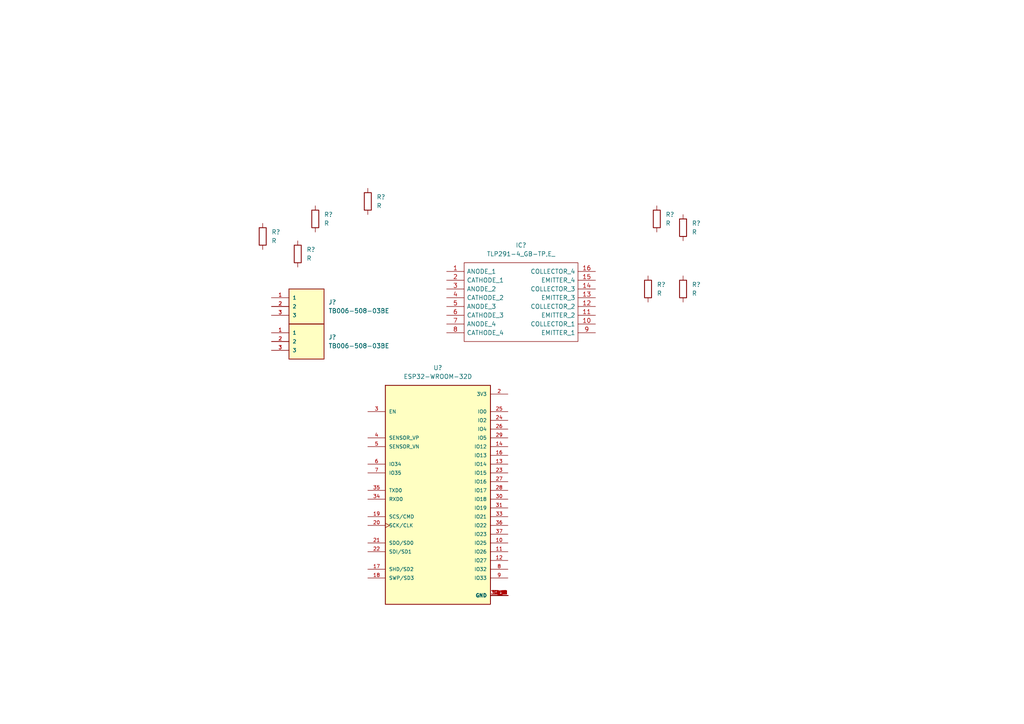
<source format=kicad_sch>
(kicad_sch (version 20230121) (generator eeschema)

  (uuid 51b36711-359c-4d26-9a27-fd3a7d560d63)

  (paper "A4")

  (lib_symbols
    (symbol "Device:R" (pin_numbers hide) (pin_names (offset 0)) (in_bom yes) (on_board yes)
      (property "Reference" "R" (at 2.032 0 90)
        (effects (font (size 1.27 1.27)))
      )
      (property "Value" "R" (at 0 0 90)
        (effects (font (size 1.27 1.27)))
      )
      (property "Footprint" "" (at -1.778 0 90)
        (effects (font (size 1.27 1.27)) hide)
      )
      (property "Datasheet" "~" (at 0 0 0)
        (effects (font (size 1.27 1.27)) hide)
      )
      (property "ki_keywords" "R res resistor" (at 0 0 0)
        (effects (font (size 1.27 1.27)) hide)
      )
      (property "ki_description" "Resistor" (at 0 0 0)
        (effects (font (size 1.27 1.27)) hide)
      )
      (property "ki_fp_filters" "R_*" (at 0 0 0)
        (effects (font (size 1.27 1.27)) hide)
      )
      (symbol "R_0_1"
        (rectangle (start -1.016 -2.54) (end 1.016 2.54)
          (stroke (width 0.254) (type default))
          (fill (type none))
        )
      )
      (symbol "R_1_1"
        (pin passive line (at 0 3.81 270) (length 1.27)
          (name "~" (effects (font (size 1.27 1.27))))
          (number "1" (effects (font (size 1.27 1.27))))
        )
        (pin passive line (at 0 -3.81 90) (length 1.27)
          (name "~" (effects (font (size 1.27 1.27))))
          (number "2" (effects (font (size 1.27 1.27))))
        )
      )
    )
    (symbol "ESP32-WROOM-32D:ESP32-WROOM-32D" (pin_names (offset 1.016)) (in_bom yes) (on_board yes)
      (property "Reference" "U" (at -15.0359 31.5945 0)
        (effects (font (size 1.27 1.27)) (justify left bottom))
      )
      (property "Value" "ESP32-WROOM-32D" (at -15.2867 -35.6681 0)
        (effects (font (size 1.27 1.27)) (justify left bottom))
      )
      (property "Footprint" "ESP32-WROOM-32D:MODULE_ESP32-WROOM-32D" (at 0 0 0)
        (effects (font (size 1.27 1.27)) (justify bottom) hide)
      )
      (property "Datasheet" "" (at 0 0 0)
        (effects (font (size 1.27 1.27)) hide)
      )
      (property "MF" "Espressif Systems" (at 0 0 0)
        (effects (font (size 1.27 1.27)) (justify bottom) hide)
      )
      (property "MAXIMUM_PACKAGE_HEIGHT" "3.2 mm" (at 0 0 0)
        (effects (font (size 1.27 1.27)) (justify bottom) hide)
      )
      (property "Package" "Non Standard Espressif Systems" (at 0 0 0)
        (effects (font (size 1.27 1.27)) (justify bottom) hide)
      )
      (property "Price" "None" (at 0 0 0)
        (effects (font (size 1.27 1.27)) (justify bottom) hide)
      )
      (property "Check_prices" "https://www.snapeda.com/parts/ESP32-WROOM-32D/Espressif+Systems/view-part/?ref=eda" (at 0 0 0)
        (effects (font (size 1.27 1.27)) (justify bottom) hide)
      )
      (property "STANDARD" "Manufacturer Recommendations" (at 0 0 0)
        (effects (font (size 1.27 1.27)) (justify bottom) hide)
      )
      (property "PARTREV" "1.9" (at 0 0 0)
        (effects (font (size 1.27 1.27)) (justify bottom) hide)
      )
      (property "SnapEDA_Link" "https://www.snapeda.com/parts/ESP32-WROOM-32D/Espressif+Systems/view-part/?ref=snap" (at 0 0 0)
        (effects (font (size 1.27 1.27)) (justify bottom) hide)
      )
      (property "MP" "ESP32-WROOM-32D" (at 0 0 0)
        (effects (font (size 1.27 1.27)) (justify bottom) hide)
      )
      (property "Description" "\nBluetooth, WiFi 802.11b/g/n, Bluetooth v4.2 +EDR, Class 1, 2 and 3 Transceiver Module 2.4GHz ~ 2.5GHz Integrated\n" (at 0 0 0)
        (effects (font (size 1.27 1.27)) (justify bottom) hide)
      )
      (property "Availability" "In Stock" (at 0 0 0)
        (effects (font (size 1.27 1.27)) (justify bottom) hide)
      )
      (property "MANUFACTURER" "Espressif Systems" (at 0 0 0)
        (effects (font (size 1.27 1.27)) (justify bottom) hide)
      )
      (symbol "ESP32-WROOM-32D_0_0"
        (rectangle (start -15.24 -33.02) (end 15.24 30.48)
          (stroke (width 0.254) (type default))
          (fill (type background))
        )
        (pin power_in line (at 20.32 -30.48 180) (length 5.08)
          (name "GND" (effects (font (size 1.016 1.016))))
          (number "1" (effects (font (size 1.016 1.016))))
        )
        (pin bidirectional line (at 20.32 -15.24 180) (length 5.08)
          (name "IO25" (effects (font (size 1.016 1.016))))
          (number "10" (effects (font (size 1.016 1.016))))
        )
        (pin bidirectional line (at 20.32 -17.78 180) (length 5.08)
          (name "IO26" (effects (font (size 1.016 1.016))))
          (number "11" (effects (font (size 1.016 1.016))))
        )
        (pin bidirectional line (at 20.32 -20.32 180) (length 5.08)
          (name "IO27" (effects (font (size 1.016 1.016))))
          (number "12" (effects (font (size 1.016 1.016))))
        )
        (pin bidirectional line (at 20.32 7.62 180) (length 5.08)
          (name "IO14" (effects (font (size 1.016 1.016))))
          (number "13" (effects (font (size 1.016 1.016))))
        )
        (pin bidirectional line (at 20.32 12.7 180) (length 5.08)
          (name "IO12" (effects (font (size 1.016 1.016))))
          (number "14" (effects (font (size 1.016 1.016))))
        )
        (pin power_in line (at 20.32 -30.48 180) (length 5.08)
          (name "GND" (effects (font (size 1.016 1.016))))
          (number "15" (effects (font (size 1.016 1.016))))
        )
        (pin bidirectional line (at 20.32 10.16 180) (length 5.08)
          (name "IO13" (effects (font (size 1.016 1.016))))
          (number "16" (effects (font (size 1.016 1.016))))
        )
        (pin bidirectional line (at -20.32 -22.86 0) (length 5.08)
          (name "SHD/SD2" (effects (font (size 1.016 1.016))))
          (number "17" (effects (font (size 1.016 1.016))))
        )
        (pin bidirectional line (at -20.32 -25.4 0) (length 5.08)
          (name "SWP/SD3" (effects (font (size 1.016 1.016))))
          (number "18" (effects (font (size 1.016 1.016))))
        )
        (pin bidirectional line (at -20.32 -7.62 0) (length 5.08)
          (name "SCS/CMD" (effects (font (size 1.016 1.016))))
          (number "19" (effects (font (size 1.016 1.016))))
        )
        (pin power_in line (at 20.32 27.94 180) (length 5.08)
          (name "3V3" (effects (font (size 1.016 1.016))))
          (number "2" (effects (font (size 1.016 1.016))))
        )
        (pin bidirectional clock (at -20.32 -10.16 0) (length 5.08)
          (name "SCK/CLK" (effects (font (size 1.016 1.016))))
          (number "20" (effects (font (size 1.016 1.016))))
        )
        (pin bidirectional line (at -20.32 -15.24 0) (length 5.08)
          (name "SDO/SD0" (effects (font (size 1.016 1.016))))
          (number "21" (effects (font (size 1.016 1.016))))
        )
        (pin bidirectional line (at -20.32 -17.78 0) (length 5.08)
          (name "SDI/SD1" (effects (font (size 1.016 1.016))))
          (number "22" (effects (font (size 1.016 1.016))))
        )
        (pin bidirectional line (at 20.32 5.08 180) (length 5.08)
          (name "IO15" (effects (font (size 1.016 1.016))))
          (number "23" (effects (font (size 1.016 1.016))))
        )
        (pin bidirectional line (at 20.32 20.32 180) (length 5.08)
          (name "IO2" (effects (font (size 1.016 1.016))))
          (number "24" (effects (font (size 1.016 1.016))))
        )
        (pin bidirectional line (at 20.32 22.86 180) (length 5.08)
          (name "IO0" (effects (font (size 1.016 1.016))))
          (number "25" (effects (font (size 1.016 1.016))))
        )
        (pin bidirectional line (at 20.32 17.78 180) (length 5.08)
          (name "IO4" (effects (font (size 1.016 1.016))))
          (number "26" (effects (font (size 1.016 1.016))))
        )
        (pin bidirectional line (at 20.32 2.54 180) (length 5.08)
          (name "IO16" (effects (font (size 1.016 1.016))))
          (number "27" (effects (font (size 1.016 1.016))))
        )
        (pin bidirectional line (at 20.32 0 180) (length 5.08)
          (name "IO17" (effects (font (size 1.016 1.016))))
          (number "28" (effects (font (size 1.016 1.016))))
        )
        (pin bidirectional line (at 20.32 15.24 180) (length 5.08)
          (name "IO5" (effects (font (size 1.016 1.016))))
          (number "29" (effects (font (size 1.016 1.016))))
        )
        (pin input line (at -20.32 22.86 0) (length 5.08)
          (name "EN" (effects (font (size 1.016 1.016))))
          (number "3" (effects (font (size 1.016 1.016))))
        )
        (pin bidirectional line (at 20.32 -2.54 180) (length 5.08)
          (name "IO18" (effects (font (size 1.016 1.016))))
          (number "30" (effects (font (size 1.016 1.016))))
        )
        (pin bidirectional line (at 20.32 -5.08 180) (length 5.08)
          (name "IO19" (effects (font (size 1.016 1.016))))
          (number "31" (effects (font (size 1.016 1.016))))
        )
        (pin bidirectional line (at 20.32 -7.62 180) (length 5.08)
          (name "IO21" (effects (font (size 1.016 1.016))))
          (number "33" (effects (font (size 1.016 1.016))))
        )
        (pin bidirectional line (at -20.32 -2.54 0) (length 5.08)
          (name "RXD0" (effects (font (size 1.016 1.016))))
          (number "34" (effects (font (size 1.016 1.016))))
        )
        (pin bidirectional line (at -20.32 0 0) (length 5.08)
          (name "TXD0" (effects (font (size 1.016 1.016))))
          (number "35" (effects (font (size 1.016 1.016))))
        )
        (pin bidirectional line (at 20.32 -10.16 180) (length 5.08)
          (name "IO22" (effects (font (size 1.016 1.016))))
          (number "36" (effects (font (size 1.016 1.016))))
        )
        (pin bidirectional line (at 20.32 -12.7 180) (length 5.08)
          (name "IO23" (effects (font (size 1.016 1.016))))
          (number "37" (effects (font (size 1.016 1.016))))
        )
        (pin power_in line (at 20.32 -30.48 180) (length 5.08)
          (name "GND" (effects (font (size 1.016 1.016))))
          (number "38" (effects (font (size 1.016 1.016))))
        )
        (pin power_in line (at 20.32 -30.48 180) (length 5.08)
          (name "GND" (effects (font (size 1.016 1.016))))
          (number "39_1" (effects (font (size 1.016 1.016))))
        )
        (pin power_in line (at 20.32 -30.48 180) (length 5.08)
          (name "GND" (effects (font (size 1.016 1.016))))
          (number "39_10" (effects (font (size 1.016 1.016))))
        )
        (pin power_in line (at 20.32 -30.48 180) (length 5.08)
          (name "GND" (effects (font (size 1.016 1.016))))
          (number "39_11" (effects (font (size 1.016 1.016))))
        )
        (pin power_in line (at 20.32 -30.48 180) (length 5.08)
          (name "GND" (effects (font (size 1.016 1.016))))
          (number "39_12" (effects (font (size 1.016 1.016))))
        )
        (pin power_in line (at 20.32 -30.48 180) (length 5.08)
          (name "GND" (effects (font (size 1.016 1.016))))
          (number "39_13" (effects (font (size 1.016 1.016))))
        )
        (pin power_in line (at 20.32 -30.48 180) (length 5.08)
          (name "GND" (effects (font (size 1.016 1.016))))
          (number "39_14" (effects (font (size 1.016 1.016))))
        )
        (pin power_in line (at 20.32 -30.48 180) (length 5.08)
          (name "GND" (effects (font (size 1.016 1.016))))
          (number "39_15" (effects (font (size 1.016 1.016))))
        )
        (pin power_in line (at 20.32 -30.48 180) (length 5.08)
          (name "GND" (effects (font (size 1.016 1.016))))
          (number "39_16" (effects (font (size 1.016 1.016))))
        )
        (pin power_in line (at 20.32 -30.48 180) (length 5.08)
          (name "GND" (effects (font (size 1.016 1.016))))
          (number "39_17" (effects (font (size 1.016 1.016))))
        )
        (pin power_in line (at 20.32 -30.48 180) (length 5.08)
          (name "GND" (effects (font (size 1.016 1.016))))
          (number "39_18" (effects (font (size 1.016 1.016))))
        )
        (pin power_in line (at 20.32 -30.48 180) (length 5.08)
          (name "GND" (effects (font (size 1.016 1.016))))
          (number "39_19" (effects (font (size 1.016 1.016))))
        )
        (pin power_in line (at 20.32 -30.48 180) (length 5.08)
          (name "GND" (effects (font (size 1.016 1.016))))
          (number "39_2" (effects (font (size 1.016 1.016))))
        )
        (pin power_in line (at 20.32 -30.48 180) (length 5.08)
          (name "GND" (effects (font (size 1.016 1.016))))
          (number "39_20" (effects (font (size 1.016 1.016))))
        )
        (pin power_in line (at 20.32 -30.48 180) (length 5.08)
          (name "GND" (effects (font (size 1.016 1.016))))
          (number "39_21" (effects (font (size 1.016 1.016))))
        )
        (pin power_in line (at 20.32 -30.48 180) (length 5.08)
          (name "GND" (effects (font (size 1.016 1.016))))
          (number "39_3" (effects (font (size 1.016 1.016))))
        )
        (pin power_in line (at 20.32 -30.48 180) (length 5.08)
          (name "GND" (effects (font (size 1.016 1.016))))
          (number "39_4" (effects (font (size 1.016 1.016))))
        )
        (pin power_in line (at 20.32 -30.48 180) (length 5.08)
          (name "GND" (effects (font (size 1.016 1.016))))
          (number "39_5" (effects (font (size 1.016 1.016))))
        )
        (pin power_in line (at 20.32 -30.48 180) (length 5.08)
          (name "GND" (effects (font (size 1.016 1.016))))
          (number "39_6" (effects (font (size 1.016 1.016))))
        )
        (pin power_in line (at 20.32 -30.48 180) (length 5.08)
          (name "GND" (effects (font (size 1.016 1.016))))
          (number "39_7" (effects (font (size 1.016 1.016))))
        )
        (pin power_in line (at 20.32 -30.48 180) (length 5.08)
          (name "GND" (effects (font (size 1.016 1.016))))
          (number "39_8" (effects (font (size 1.016 1.016))))
        )
        (pin power_in line (at 20.32 -30.48 180) (length 5.08)
          (name "GND" (effects (font (size 1.016 1.016))))
          (number "39_9" (effects (font (size 1.016 1.016))))
        )
        (pin input line (at -20.32 15.24 0) (length 5.08)
          (name "SENSOR_VP" (effects (font (size 1.016 1.016))))
          (number "4" (effects (font (size 1.016 1.016))))
        )
        (pin input line (at -20.32 12.7 0) (length 5.08)
          (name "SENSOR_VN" (effects (font (size 1.016 1.016))))
          (number "5" (effects (font (size 1.016 1.016))))
        )
        (pin input line (at -20.32 7.62 0) (length 5.08)
          (name "IO34" (effects (font (size 1.016 1.016))))
          (number "6" (effects (font (size 1.016 1.016))))
        )
        (pin input line (at -20.32 5.08 0) (length 5.08)
          (name "IO35" (effects (font (size 1.016 1.016))))
          (number "7" (effects (font (size 1.016 1.016))))
        )
        (pin bidirectional line (at 20.32 -22.86 180) (length 5.08)
          (name "IO32" (effects (font (size 1.016 1.016))))
          (number "8" (effects (font (size 1.016 1.016))))
        )
        (pin bidirectional line (at 20.32 -25.4 180) (length 5.08)
          (name "IO33" (effects (font (size 1.016 1.016))))
          (number "9" (effects (font (size 1.016 1.016))))
        )
      )
    )
    (symbol "TB006-508-03BE:TB006-508-03BE" (pin_names (offset 1.016)) (in_bom yes) (on_board yes)
      (property "Reference" "J" (at -5.58 5.08 0)
        (effects (font (size 1.27 1.27)) (justify left bottom))
      )
      (property "Value" "TB006-508-03BE" (at -5.08 -7.62 0)
        (effects (font (size 1.27 1.27)) (justify left bottom))
      )
      (property "Footprint" "TB006-508-03BE:CUI_TB006-508-03BE" (at 0 0 0)
        (effects (font (size 1.27 1.27)) (justify bottom) hide)
      )
      (property "Datasheet" "" (at 0 0 0)
        (effects (font (size 1.27 1.27)) hide)
      )
      (property "MF" "CUI Devices" (at 0 0 0)
        (effects (font (size 1.27 1.27)) (justify bottom) hide)
      )
      (property "Description" "2~24 Poles, Screw Type, Horizontal, 5.08 Pitch, 26~14 (AWG), Terminal Block Connector" (at 0 0 0)
        (effects (font (size 1.27 1.27)) (justify bottom) hide)
      )
      (property "Package" "None" (at 0 0 0)
        (effects (font (size 1.27 1.27)) (justify bottom) hide)
      )
      (property "Price" "None" (at 0 0 0)
        (effects (font (size 1.27 1.27)) (justify bottom) hide)
      )
      (property "Check_prices" "https://www.snapeda.com/parts/TB006-508-03BE/CUI+Devices/view-part/?ref=eda" (at 0 0 0)
        (effects (font (size 1.27 1.27)) (justify bottom) hide)
      )
      (property "STANDARD" "Manufacturer Recommendations" (at 0 0 0)
        (effects (font (size 1.27 1.27)) (justify bottom) hide)
      )
      (property "SnapEDA_Link" "https://www.snapeda.com/parts/TB006-508-03BE/CUI+Devices/view-part/?ref=snap" (at 0 0 0)
        (effects (font (size 1.27 1.27)) (justify bottom) hide)
      )
      (property "MP" "TB006-508-03BE" (at 0 0 0)
        (effects (font (size 1.27 1.27)) (justify bottom) hide)
      )
      (property "Purchase-URL" "https://www.snapeda.com/api/url_track_click_mouser/?unipart_id=3591102&manufacturer=CUI Devices&part_name=TB006-508-03BE&search_term=screw terminal" (at 0 0 0)
        (effects (font (size 1.27 1.27)) (justify bottom) hide)
      )
      (property "CUI_purchase_URL" "https://www.cuidevices.com/product/interconnect/connectors/terminal-blocks/tb006-508-series?utm_source=snapeda.com&utm_medium=referral&utm_campaign=snapedaBOM" (at 0 0 0)
        (effects (font (size 1.27 1.27)) (justify bottom) hide)
      )
      (property "Availability" "In Stock" (at 0 0 0)
        (effects (font (size 1.27 1.27)) (justify bottom) hide)
      )
      (property "MANUFACTURER" "CUI" (at 0 0 0)
        (effects (font (size 1.27 1.27)) (justify bottom) hide)
      )
      (symbol "TB006-508-03BE_0_0"
        (rectangle (start -5.08 -5.08) (end 5.08 5.08)
          (stroke (width 0.254) (type default))
          (fill (type background))
        )
        (pin passive line (at -10.16 2.54 0) (length 5.08)
          (name "1" (effects (font (size 1.016 1.016))))
          (number "1" (effects (font (size 1.016 1.016))))
        )
        (pin passive line (at -10.16 0 0) (length 5.08)
          (name "2" (effects (font (size 1.016 1.016))))
          (number "2" (effects (font (size 1.016 1.016))))
        )
        (pin passive line (at -10.16 -2.54 0) (length 5.08)
          (name "3" (effects (font (size 1.016 1.016))))
          (number "3" (effects (font (size 1.016 1.016))))
        )
      )
    )
    (symbol "TLP291-4_GB-TP_E_:TLP291-4_GB-TP,E_" (pin_names (offset 0.762)) (in_bom yes) (on_board yes)
      (property "Reference" "IC" (at 39.37 7.62 0)
        (effects (font (size 1.27 1.27)) (justify left))
      )
      (property "Value" "TLP291-4_GB-TP,E_" (at 39.37 5.08 0)
        (effects (font (size 1.27 1.27)) (justify left))
      )
      (property "Footprint" "SOIC127P700X230-16N" (at 39.37 2.54 0)
        (effects (font (size 1.27 1.27)) (justify left) hide)
      )
      (property "Datasheet" "https://componentsearchengine.com/Datasheets/1/TLP291-4(GB-TP,E).pdf" (at 39.37 0 0)
        (effects (font (size 1.27 1.27)) (justify left) hide)
      )
      (property "Description" "Transistor Output Optocouplers PHOTOCOUP QUAD TRANS 16-SOP COMP TLP281-4" (at 39.37 -2.54 0)
        (effects (font (size 1.27 1.27)) (justify left) hide)
      )
      (property "Height" "2.3" (at 39.37 -5.08 0)
        (effects (font (size 1.27 1.27)) (justify left) hide)
      )
      (property "Manufacturer_Name" "Toshiba" (at 39.37 -7.62 0)
        (effects (font (size 1.27 1.27)) (justify left) hide)
      )
      (property "Manufacturer_Part_Number" "TLP291-4(GB-TP,E)" (at 39.37 -10.16 0)
        (effects (font (size 1.27 1.27)) (justify left) hide)
      )
      (property "Mouser Part Number" "757-TLP2914GB-TPE" (at 39.37 -12.7 0)
        (effects (font (size 1.27 1.27)) (justify left) hide)
      )
      (property "Mouser Price/Stock" "https://www.mouser.co.uk/ProductDetail/Toshiba/TLP291-4GB-TPE?qs=aT3ZFlnUjmJV%2FMEQgafMFQ%3D%3D" (at 39.37 -15.24 0)
        (effects (font (size 1.27 1.27)) (justify left) hide)
      )
      (property "Arrow Part Number" "TLP291-4(GB-TP,E)" (at 39.37 -17.78 0)
        (effects (font (size 1.27 1.27)) (justify left) hide)
      )
      (property "Arrow Price/Stock" "https://www.arrow.com/en/products/tlp291-4-gb-tpe/toshiba?region=nac" (at 39.37 -20.32 0)
        (effects (font (size 1.27 1.27)) (justify left) hide)
      )
      (property "ki_description" "Transistor Output Optocouplers PHOTOCOUP QUAD TRANS 16-SOP COMP TLP281-4" (at 0 0 0)
        (effects (font (size 1.27 1.27)) hide)
      )
      (symbol "TLP291-4_GB-TP,E__0_0"
        (pin passive line (at 0 0 0) (length 5.08)
          (name "ANODE_1" (effects (font (size 1.27 1.27))))
          (number "1" (effects (font (size 1.27 1.27))))
        )
        (pin passive line (at 43.18 -15.24 180) (length 5.08)
          (name "COLLECTOR_1" (effects (font (size 1.27 1.27))))
          (number "10" (effects (font (size 1.27 1.27))))
        )
        (pin passive line (at 43.18 -12.7 180) (length 5.08)
          (name "EMITTER_2" (effects (font (size 1.27 1.27))))
          (number "11" (effects (font (size 1.27 1.27))))
        )
        (pin passive line (at 43.18 -10.16 180) (length 5.08)
          (name "COLLECTOR_2" (effects (font (size 1.27 1.27))))
          (number "12" (effects (font (size 1.27 1.27))))
        )
        (pin passive line (at 43.18 -7.62 180) (length 5.08)
          (name "EMITTER_3" (effects (font (size 1.27 1.27))))
          (number "13" (effects (font (size 1.27 1.27))))
        )
        (pin passive line (at 43.18 -5.08 180) (length 5.08)
          (name "COLLECTOR_3" (effects (font (size 1.27 1.27))))
          (number "14" (effects (font (size 1.27 1.27))))
        )
        (pin passive line (at 43.18 -2.54 180) (length 5.08)
          (name "EMITTER_4" (effects (font (size 1.27 1.27))))
          (number "15" (effects (font (size 1.27 1.27))))
        )
        (pin passive line (at 43.18 0 180) (length 5.08)
          (name "COLLECTOR_4" (effects (font (size 1.27 1.27))))
          (number "16" (effects (font (size 1.27 1.27))))
        )
        (pin passive line (at 0 -2.54 0) (length 5.08)
          (name "CATHODE_1" (effects (font (size 1.27 1.27))))
          (number "2" (effects (font (size 1.27 1.27))))
        )
        (pin passive line (at 0 -5.08 0) (length 5.08)
          (name "ANODE_2" (effects (font (size 1.27 1.27))))
          (number "3" (effects (font (size 1.27 1.27))))
        )
        (pin passive line (at 0 -7.62 0) (length 5.08)
          (name "CATHODE_2" (effects (font (size 1.27 1.27))))
          (number "4" (effects (font (size 1.27 1.27))))
        )
        (pin passive line (at 0 -10.16 0) (length 5.08)
          (name "ANODE_3" (effects (font (size 1.27 1.27))))
          (number "5" (effects (font (size 1.27 1.27))))
        )
        (pin passive line (at 0 -12.7 0) (length 5.08)
          (name "CATHODE_3" (effects (font (size 1.27 1.27))))
          (number "6" (effects (font (size 1.27 1.27))))
        )
        (pin passive line (at 0 -15.24 0) (length 5.08)
          (name "ANODE_4" (effects (font (size 1.27 1.27))))
          (number "7" (effects (font (size 1.27 1.27))))
        )
        (pin passive line (at 0 -17.78 0) (length 5.08)
          (name "CATHODE_4" (effects (font (size 1.27 1.27))))
          (number "8" (effects (font (size 1.27 1.27))))
        )
        (pin passive line (at 43.18 -17.78 180) (length 5.08)
          (name "EMITTER_1" (effects (font (size 1.27 1.27))))
          (number "9" (effects (font (size 1.27 1.27))))
        )
      )
      (symbol "TLP291-4_GB-TP,E__0_1"
        (polyline
          (pts
            (xy 5.08 2.54)
            (xy 38.1 2.54)
            (xy 38.1 -20.32)
            (xy 5.08 -20.32)
            (xy 5.08 2.54)
          )
          (stroke (width 0.1524) (type solid))
          (fill (type none))
        )
      )
    )
  )


  (symbol (lib_id "Device:R") (at 91.44 63.5 0) (unit 1)
    (in_bom yes) (on_board yes) (dnp no) (fields_autoplaced)
    (uuid 1851072b-5ef6-468c-90e8-2cf2292606ae)
    (property "Reference" "R?" (at 93.98 62.23 0)
      (effects (font (size 1.27 1.27)) (justify left))
    )
    (property "Value" "R" (at 93.98 64.77 0)
      (effects (font (size 1.27 1.27)) (justify left))
    )
    (property "Footprint" "" (at 89.662 63.5 90)
      (effects (font (size 1.27 1.27)) hide)
    )
    (property "Datasheet" "~" (at 91.44 63.5 0)
      (effects (font (size 1.27 1.27)) hide)
    )
    (pin "1" (uuid 149c6027-f969-4df0-9495-6ea7b2885142))
    (pin "2" (uuid a324f1c2-a4c9-465d-afed-d8bd39a82d1c))
    (instances
      (project "Praveen"
        (path "/51b36711-359c-4d26-9a27-fd3a7d560d63"
          (reference "R?") (unit 1)
        )
      )
    )
  )

  (symbol (lib_id "TLP291-4_GB-TP_E_:TLP291-4_GB-TP,E_") (at 129.54 78.74 0) (unit 1)
    (in_bom yes) (on_board yes) (dnp no) (fields_autoplaced)
    (uuid 1c839900-bf31-4915-ac8f-99797b217470)
    (property "Reference" "IC?" (at 151.13 71.12 0)
      (effects (font (size 1.27 1.27)))
    )
    (property "Value" "TLP291-4_GB-TP,E_" (at 151.13 73.66 0)
      (effects (font (size 1.27 1.27)))
    )
    (property "Footprint" "SOIC127P700X230-16N" (at 168.91 76.2 0)
      (effects (font (size 1.27 1.27)) (justify left) hide)
    )
    (property "Datasheet" "https://componentsearchengine.com/Datasheets/1/TLP291-4(GB-TP,E).pdf" (at 168.91 78.74 0)
      (effects (font (size 1.27 1.27)) (justify left) hide)
    )
    (property "Description" "Transistor Output Optocouplers PHOTOCOUP QUAD TRANS 16-SOP COMP TLP281-4" (at 168.91 81.28 0)
      (effects (font (size 1.27 1.27)) (justify left) hide)
    )
    (property "Height" "2.3" (at 168.91 83.82 0)
      (effects (font (size 1.27 1.27)) (justify left) hide)
    )
    (property "Manufacturer_Name" "Toshiba" (at 168.91 86.36 0)
      (effects (font (size 1.27 1.27)) (justify left) hide)
    )
    (property "Manufacturer_Part_Number" "TLP291-4(GB-TP,E)" (at 168.91 88.9 0)
      (effects (font (size 1.27 1.27)) (justify left) hide)
    )
    (property "Mouser Part Number" "757-TLP2914GB-TPE" (at 168.91 91.44 0)
      (effects (font (size 1.27 1.27)) (justify left) hide)
    )
    (property "Mouser Price/Stock" "https://www.mouser.co.uk/ProductDetail/Toshiba/TLP291-4GB-TPE?qs=aT3ZFlnUjmJV%2FMEQgafMFQ%3D%3D" (at 168.91 93.98 0)
      (effects (font (size 1.27 1.27)) (justify left) hide)
    )
    (property "Arrow Part Number" "TLP291-4(GB-TP,E)" (at 168.91 96.52 0)
      (effects (font (size 1.27 1.27)) (justify left) hide)
    )
    (property "Arrow Price/Stock" "https://www.arrow.com/en/products/tlp291-4-gb-tpe/toshiba?region=nac" (at 168.91 99.06 0)
      (effects (font (size 1.27 1.27)) (justify left) hide)
    )
    (pin "1" (uuid 65535b7b-54cf-439c-8b02-bbff04b8d988))
    (pin "10" (uuid d6b700bc-9de2-42c3-9de9-871b2a11084b))
    (pin "11" (uuid fe57347c-d5a5-41f7-84f7-68f864fa73cf))
    (pin "12" (uuid bcb29534-ad66-4ca8-9906-df3aa10d8319))
    (pin "13" (uuid 8cfd5ac2-5d12-483e-b79d-4530df2723b9))
    (pin "14" (uuid 6b102a5f-3535-45f9-beba-2e786c71f30a))
    (pin "15" (uuid 32d7e95d-4658-4c12-899c-7015edc68828))
    (pin "16" (uuid c6421cc8-0ef0-4d9a-9343-c169ea06dafe))
    (pin "2" (uuid 16bb0ae0-b632-4c10-9f2b-35038c2ede44))
    (pin "3" (uuid 8a79accc-d033-4569-b5e8-bd65d04090d3))
    (pin "4" (uuid 47bfb136-fc97-4633-9fc1-791fe09a547b))
    (pin "5" (uuid 713a22dd-1396-4cf5-a617-fd4e0a7f92f3))
    (pin "6" (uuid b3e04fae-0ec5-4050-a164-96b145a76681))
    (pin "7" (uuid d623e400-26aa-4cea-8d27-d061f35617bd))
    (pin "8" (uuid c1dabe78-26ed-4ba4-83e0-1c0fcc564137))
    (pin "9" (uuid 546e25df-cd2d-4df2-8424-d407eaa382b2))
    (instances
      (project "Praveen"
        (path "/51b36711-359c-4d26-9a27-fd3a7d560d63"
          (reference "IC?") (unit 1)
        )
      )
    )
  )

  (symbol (lib_id "Device:R") (at 86.36 73.66 0) (unit 1)
    (in_bom yes) (on_board yes) (dnp no) (fields_autoplaced)
    (uuid 3fe76aa5-44be-4227-af13-b1c2327ebbde)
    (property "Reference" "R?" (at 88.9 72.39 0)
      (effects (font (size 1.27 1.27)) (justify left))
    )
    (property "Value" "R" (at 88.9 74.93 0)
      (effects (font (size 1.27 1.27)) (justify left))
    )
    (property "Footprint" "" (at 84.582 73.66 90)
      (effects (font (size 1.27 1.27)) hide)
    )
    (property "Datasheet" "~" (at 86.36 73.66 0)
      (effects (font (size 1.27 1.27)) hide)
    )
    (pin "1" (uuid f4e4a2da-8acd-4e1b-bec9-aa549f7ff667))
    (pin "2" (uuid 14b6ad60-4b7b-4e9d-ab32-aebc011f819c))
    (instances
      (project "Praveen"
        (path "/51b36711-359c-4d26-9a27-fd3a7d560d63"
          (reference "R?") (unit 1)
        )
      )
    )
  )

  (symbol (lib_id "Device:R") (at 198.12 66.04 0) (unit 1)
    (in_bom yes) (on_board yes) (dnp no) (fields_autoplaced)
    (uuid 6ecc5b41-95a6-445f-ab08-c6faf96db31e)
    (property "Reference" "R?" (at 200.66 64.77 0)
      (effects (font (size 1.27 1.27)) (justify left))
    )
    (property "Value" "R" (at 200.66 67.31 0)
      (effects (font (size 1.27 1.27)) (justify left))
    )
    (property "Footprint" "" (at 196.342 66.04 90)
      (effects (font (size 1.27 1.27)) hide)
    )
    (property "Datasheet" "~" (at 198.12 66.04 0)
      (effects (font (size 1.27 1.27)) hide)
    )
    (pin "1" (uuid 1b1191cd-8cc2-4a91-a4c1-d6b284122433))
    (pin "2" (uuid eb759e27-1b6b-48d1-b73d-7348def016ee))
    (instances
      (project "Praveen"
        (path "/51b36711-359c-4d26-9a27-fd3a7d560d63"
          (reference "R?") (unit 1)
        )
      )
    )
  )

  (symbol (lib_id "Device:R") (at 198.12 83.82 0) (unit 1)
    (in_bom yes) (on_board yes) (dnp no) (fields_autoplaced)
    (uuid 75f2f9be-b038-4dd4-9243-ff58b2d064e9)
    (property "Reference" "R?" (at 200.66 82.55 0)
      (effects (font (size 1.27 1.27)) (justify left))
    )
    (property "Value" "R" (at 200.66 85.09 0)
      (effects (font (size 1.27 1.27)) (justify left))
    )
    (property "Footprint" "" (at 196.342 83.82 90)
      (effects (font (size 1.27 1.27)) hide)
    )
    (property "Datasheet" "~" (at 198.12 83.82 0)
      (effects (font (size 1.27 1.27)) hide)
    )
    (pin "1" (uuid 7c516502-c2b3-459f-8eca-5d093c34520e))
    (pin "2" (uuid 41e7a0c8-54bb-41b7-8ed4-798d94f849cf))
    (instances
      (project "Praveen"
        (path "/51b36711-359c-4d26-9a27-fd3a7d560d63"
          (reference "R?") (unit 1)
        )
      )
    )
  )

  (symbol (lib_id "TB006-508-03BE:TB006-508-03BE") (at 88.9 88.9 0) (unit 1)
    (in_bom yes) (on_board yes) (dnp no) (fields_autoplaced)
    (uuid 7c2c9880-af98-4454-a8d6-0ad4baeb6858)
    (property "Reference" "J?" (at 95.25 87.63 0)
      (effects (font (size 1.27 1.27)) (justify left))
    )
    (property "Value" "TB006-508-03BE" (at 95.25 90.17 0)
      (effects (font (size 1.27 1.27)) (justify left))
    )
    (property "Footprint" "TB006-508-03BE:CUI_TB006-508-03BE" (at 88.9 88.9 0)
      (effects (font (size 1.27 1.27)) (justify bottom) hide)
    )
    (property "Datasheet" "" (at 88.9 88.9 0)
      (effects (font (size 1.27 1.27)) hide)
    )
    (property "MF" "CUI Devices" (at 88.9 88.9 0)
      (effects (font (size 1.27 1.27)) (justify bottom) hide)
    )
    (property "Description" "2~24 Poles, Screw Type, Horizontal, 5.08 Pitch, 26~14 (AWG), Terminal Block Connector" (at 88.9 88.9 0)
      (effects (font (size 1.27 1.27)) (justify bottom) hide)
    )
    (property "Package" "None" (at 88.9 88.9 0)
      (effects (font (size 1.27 1.27)) (justify bottom) hide)
    )
    (property "Price" "None" (at 88.9 88.9 0)
      (effects (font (size 1.27 1.27)) (justify bottom) hide)
    )
    (property "Check_prices" "https://www.snapeda.com/parts/TB006-508-03BE/CUI+Devices/view-part/?ref=eda" (at 88.9 88.9 0)
      (effects (font (size 1.27 1.27)) (justify bottom) hide)
    )
    (property "STANDARD" "Manufacturer Recommendations" (at 88.9 88.9 0)
      (effects (font (size 1.27 1.27)) (justify bottom) hide)
    )
    (property "SnapEDA_Link" "https://www.snapeda.com/parts/TB006-508-03BE/CUI+Devices/view-part/?ref=snap" (at 88.9 88.9 0)
      (effects (font (size 1.27 1.27)) (justify bottom) hide)
    )
    (property "MP" "TB006-508-03BE" (at 88.9 88.9 0)
      (effects (font (size 1.27 1.27)) (justify bottom) hide)
    )
    (property "Purchase-URL" "https://www.snapeda.com/api/url_track_click_mouser/?unipart_id=3591102&manufacturer=CUI Devices&part_name=TB006-508-03BE&search_term=screw terminal" (at 88.9 88.9 0)
      (effects (font (size 1.27 1.27)) (justify bottom) hide)
    )
    (property "CUI_purchase_URL" "https://www.cuidevices.com/product/interconnect/connectors/terminal-blocks/tb006-508-series?utm_source=snapeda.com&utm_medium=referral&utm_campaign=snapedaBOM" (at 88.9 88.9 0)
      (effects (font (size 1.27 1.27)) (justify bottom) hide)
    )
    (property "Availability" "In Stock" (at 88.9 88.9 0)
      (effects (font (size 1.27 1.27)) (justify bottom) hide)
    )
    (property "MANUFACTURER" "CUI" (at 88.9 88.9 0)
      (effects (font (size 1.27 1.27)) (justify bottom) hide)
    )
    (pin "1" (uuid 7279ccaf-4fc8-41f3-813c-d4e8644ffe59))
    (pin "2" (uuid 958690dc-ac63-4d12-be5f-842a20bda686))
    (pin "3" (uuid 626b8432-7bf0-411e-bb28-523e73337313))
    (instances
      (project "Praveen"
        (path "/51b36711-359c-4d26-9a27-fd3a7d560d63"
          (reference "J?") (unit 1)
        )
      )
    )
  )

  (symbol (lib_id "Device:R") (at 187.96 83.82 0) (unit 1)
    (in_bom yes) (on_board yes) (dnp no) (fields_autoplaced)
    (uuid 9b62ec2b-17e7-4158-a666-2eb2c201e5a6)
    (property "Reference" "R?" (at 190.5 82.55 0)
      (effects (font (size 1.27 1.27)) (justify left))
    )
    (property "Value" "R" (at 190.5 85.09 0)
      (effects (font (size 1.27 1.27)) (justify left))
    )
    (property "Footprint" "" (at 186.182 83.82 90)
      (effects (font (size 1.27 1.27)) hide)
    )
    (property "Datasheet" "~" (at 187.96 83.82 0)
      (effects (font (size 1.27 1.27)) hide)
    )
    (pin "1" (uuid 19ed8b7b-a899-4fb7-8ee4-395d81120900))
    (pin "2" (uuid c3e69e7c-aad9-4007-9d5f-c8fd318f8dff))
    (instances
      (project "Praveen"
        (path "/51b36711-359c-4d26-9a27-fd3a7d560d63"
          (reference "R?") (unit 1)
        )
      )
    )
  )

  (symbol (lib_id "Device:R") (at 106.68 58.42 0) (unit 1)
    (in_bom yes) (on_board yes) (dnp no) (fields_autoplaced)
    (uuid a3a0b0d3-c52e-425d-a914-c30fdc79ec87)
    (property "Reference" "R?" (at 109.22 57.15 0)
      (effects (font (size 1.27 1.27)) (justify left))
    )
    (property "Value" "R" (at 109.22 59.69 0)
      (effects (font (size 1.27 1.27)) (justify left))
    )
    (property "Footprint" "" (at 104.902 58.42 90)
      (effects (font (size 1.27 1.27)) hide)
    )
    (property "Datasheet" "~" (at 106.68 58.42 0)
      (effects (font (size 1.27 1.27)) hide)
    )
    (pin "1" (uuid 2e59d011-a167-4838-b24d-b5fc44e157e9))
    (pin "2" (uuid 76d0b2d5-0090-4183-92de-eb1868b41f08))
    (instances
      (project "Praveen"
        (path "/51b36711-359c-4d26-9a27-fd3a7d560d63"
          (reference "R?") (unit 1)
        )
      )
    )
  )

  (symbol (lib_id "Device:R") (at 190.5 63.5 0) (unit 1)
    (in_bom yes) (on_board yes) (dnp no) (fields_autoplaced)
    (uuid aa8f93f9-8f0b-47f7-b455-ce8f40f03c1a)
    (property "Reference" "R?" (at 193.04 62.23 0)
      (effects (font (size 1.27 1.27)) (justify left))
    )
    (property "Value" "R" (at 193.04 64.77 0)
      (effects (font (size 1.27 1.27)) (justify left))
    )
    (property "Footprint" "" (at 188.722 63.5 90)
      (effects (font (size 1.27 1.27)) hide)
    )
    (property "Datasheet" "~" (at 190.5 63.5 0)
      (effects (font (size 1.27 1.27)) hide)
    )
    (pin "1" (uuid 0a207194-eb58-4a2f-bc6e-266559a31462))
    (pin "2" (uuid 30af561e-6ae8-4b21-bde9-8208b535ad52))
    (instances
      (project "Praveen"
        (path "/51b36711-359c-4d26-9a27-fd3a7d560d63"
          (reference "R?") (unit 1)
        )
      )
    )
  )

  (symbol (lib_id "TB006-508-03BE:TB006-508-03BE") (at 88.9 99.06 0) (unit 1)
    (in_bom yes) (on_board yes) (dnp no) (fields_autoplaced)
    (uuid e519ac4c-adc5-4dd7-b51f-76739d5b5615)
    (property "Reference" "J?" (at 95.25 97.79 0)
      (effects (font (size 1.27 1.27)) (justify left))
    )
    (property "Value" "TB006-508-03BE" (at 95.25 100.33 0)
      (effects (font (size 1.27 1.27)) (justify left))
    )
    (property "Footprint" "TB006-508-03BE:CUI_TB006-508-03BE" (at 88.9 99.06 0)
      (effects (font (size 1.27 1.27)) (justify bottom) hide)
    )
    (property "Datasheet" "" (at 88.9 99.06 0)
      (effects (font (size 1.27 1.27)) hide)
    )
    (property "MF" "CUI Devices" (at 88.9 99.06 0)
      (effects (font (size 1.27 1.27)) (justify bottom) hide)
    )
    (property "Description" "2~24 Poles, Screw Type, Horizontal, 5.08 Pitch, 26~14 (AWG), Terminal Block Connector" (at 88.9 99.06 0)
      (effects (font (size 1.27 1.27)) (justify bottom) hide)
    )
    (property "Package" "None" (at 88.9 99.06 0)
      (effects (font (size 1.27 1.27)) (justify bottom) hide)
    )
    (property "Price" "None" (at 88.9 99.06 0)
      (effects (font (size 1.27 1.27)) (justify bottom) hide)
    )
    (property "Check_prices" "https://www.snapeda.com/parts/TB006-508-03BE/CUI+Devices/view-part/?ref=eda" (at 88.9 99.06 0)
      (effects (font (size 1.27 1.27)) (justify bottom) hide)
    )
    (property "STANDARD" "Manufacturer Recommendations" (at 88.9 99.06 0)
      (effects (font (size 1.27 1.27)) (justify bottom) hide)
    )
    (property "SnapEDA_Link" "https://www.snapeda.com/parts/TB006-508-03BE/CUI+Devices/view-part/?ref=snap" (at 88.9 99.06 0)
      (effects (font (size 1.27 1.27)) (justify bottom) hide)
    )
    (property "MP" "TB006-508-03BE" (at 88.9 99.06 0)
      (effects (font (size 1.27 1.27)) (justify bottom) hide)
    )
    (property "Purchase-URL" "https://www.snapeda.com/api/url_track_click_mouser/?unipart_id=3591102&manufacturer=CUI Devices&part_name=TB006-508-03BE&search_term=screw terminal" (at 88.9 99.06 0)
      (effects (font (size 1.27 1.27)) (justify bottom) hide)
    )
    (property "CUI_purchase_URL" "https://www.cuidevices.com/product/interconnect/connectors/terminal-blocks/tb006-508-series?utm_source=snapeda.com&utm_medium=referral&utm_campaign=snapedaBOM" (at 88.9 99.06 0)
      (effects (font (size 1.27 1.27)) (justify bottom) hide)
    )
    (property "Availability" "In Stock" (at 88.9 99.06 0)
      (effects (font (size 1.27 1.27)) (justify bottom) hide)
    )
    (property "MANUFACTURER" "CUI" (at 88.9 99.06 0)
      (effects (font (size 1.27 1.27)) (justify bottom) hide)
    )
    (pin "1" (uuid dcf3f8f9-5239-41a9-b799-00e32021196d))
    (pin "2" (uuid ec59fa11-80f4-4003-a5f3-941cc474d668))
    (pin "3" (uuid 8f3dd275-7670-4cf3-a91b-7f943c0a9d2b))
    (instances
      (project "Praveen"
        (path "/51b36711-359c-4d26-9a27-fd3a7d560d63"
          (reference "J?") (unit 1)
        )
      )
    )
  )

  (symbol (lib_id "ESP32-WROOM-32D:ESP32-WROOM-32D") (at 127 142.24 0) (unit 1)
    (in_bom yes) (on_board yes) (dnp no) (fields_autoplaced)
    (uuid f24d3181-2418-47f7-82d2-84c6128a9591)
    (property "Reference" "U?" (at 127 106.68 0)
      (effects (font (size 1.27 1.27)))
    )
    (property "Value" "ESP32-WROOM-32D" (at 127 109.22 0)
      (effects (font (size 1.27 1.27)))
    )
    (property "Footprint" "ESP32-WROOM-32D:MODULE_ESP32-WROOM-32D" (at 127 142.24 0)
      (effects (font (size 1.27 1.27)) (justify bottom) hide)
    )
    (property "Datasheet" "" (at 127 142.24 0)
      (effects (font (size 1.27 1.27)) hide)
    )
    (property "MF" "Espressif Systems" (at 127 142.24 0)
      (effects (font (size 1.27 1.27)) (justify bottom) hide)
    )
    (property "MAXIMUM_PACKAGE_HEIGHT" "3.2 mm" (at 127 142.24 0)
      (effects (font (size 1.27 1.27)) (justify bottom) hide)
    )
    (property "Package" "Non Standard Espressif Systems" (at 127 142.24 0)
      (effects (font (size 1.27 1.27)) (justify bottom) hide)
    )
    (property "Price" "None" (at 127 142.24 0)
      (effects (font (size 1.27 1.27)) (justify bottom) hide)
    )
    (property "Check_prices" "https://www.snapeda.com/parts/ESP32-WROOM-32D/Espressif+Systems/view-part/?ref=eda" (at 127 142.24 0)
      (effects (font (size 1.27 1.27)) (justify bottom) hide)
    )
    (property "STANDARD" "Manufacturer Recommendations" (at 127 142.24 0)
      (effects (font (size 1.27 1.27)) (justify bottom) hide)
    )
    (property "PARTREV" "1.9" (at 127 142.24 0)
      (effects (font (size 1.27 1.27)) (justify bottom) hide)
    )
    (property "SnapEDA_Link" "https://www.snapeda.com/parts/ESP32-WROOM-32D/Espressif+Systems/view-part/?ref=snap" (at 127 142.24 0)
      (effects (font (size 1.27 1.27)) (justify bottom) hide)
    )
    (property "MP" "ESP32-WROOM-32D" (at 127 142.24 0)
      (effects (font (size 1.27 1.27)) (justify bottom) hide)
    )
    (property "Description" "\nBluetooth, WiFi 802.11b/g/n, Bluetooth v4.2 +EDR, Class 1, 2 and 3 Transceiver Module 2.4GHz ~ 2.5GHz Integrated\n" (at 127 142.24 0)
      (effects (font (size 1.27 1.27)) (justify bottom) hide)
    )
    (property "Availability" "In Stock" (at 127 142.24 0)
      (effects (font (size 1.27 1.27)) (justify bottom) hide)
    )
    (property "MANUFACTURER" "Espressif Systems" (at 127 142.24 0)
      (effects (font (size 1.27 1.27)) (justify bottom) hide)
    )
    (pin "1" (uuid 85d360b4-3473-4293-a179-4b9ded4491a5))
    (pin "10" (uuid f89824fa-5049-4371-85fc-6ce180f5efa1))
    (pin "11" (uuid 6485cfab-ac32-4dff-b600-d97a46b67795))
    (pin "12" (uuid f185a7cc-d2f9-4f8e-815e-e043c732d3ad))
    (pin "13" (uuid 09f0a805-0bf9-4d3d-8e21-89f9f2cfe141))
    (pin "14" (uuid 4c5a6cc2-62c5-45ae-b39f-4e88073ccefa))
    (pin "15" (uuid ac90d21d-41b3-4acb-b9a0-29abc386931f))
    (pin "16" (uuid cf2253c5-3c5e-4839-ad1b-1c590726a645))
    (pin "17" (uuid 2e431334-6541-487e-8105-5c9cc9c7c66a))
    (pin "18" (uuid 7d5d854f-f2d0-4242-9cce-52d672baf755))
    (pin "19" (uuid 7b6adf70-5012-417d-a810-16cd24e1c731))
    (pin "2" (uuid dbaffc02-2430-4a27-a209-2e1855de07f1))
    (pin "20" (uuid c59c8e0c-0949-44cc-bd9c-46532a6aae76))
    (pin "21" (uuid e4bf5e8a-f5b6-4949-83cf-0a35d58eabdd))
    (pin "22" (uuid d7d87ec3-de3d-4e27-a646-8eb5e864f484))
    (pin "23" (uuid 5988b742-73e1-44a2-8eaa-66d41bccdc22))
    (pin "24" (uuid bbc91c74-373b-472a-8c41-b517489f0975))
    (pin "25" (uuid 6cddc870-8bfc-4146-b1b2-2248084fd3ef))
    (pin "26" (uuid 155c31ca-77e3-4fae-8032-654872942786))
    (pin "27" (uuid 9f9d7267-b765-4660-89fd-d2b4a0f9aaad))
    (pin "28" (uuid c448d3b3-dc71-4f00-a3c4-63d9fc273e4b))
    (pin "29" (uuid 3b4c6ee2-71fa-4dfa-8b96-309399114633))
    (pin "3" (uuid c7520533-02f8-48d9-8520-314c37e7f704))
    (pin "30" (uuid c5d7d316-f978-445f-b979-641dc3916cda))
    (pin "31" (uuid 41c6d983-6915-48c5-86ec-1123ac812bfb))
    (pin "33" (uuid a5cadc21-f9ad-4fe1-b3a0-6e9761ec5796))
    (pin "34" (uuid 31b3a7c5-64f0-4b91-8f68-a147b1ec3544))
    (pin "35" (uuid 289d7091-8a0e-47ed-b0da-4edbf456851a))
    (pin "36" (uuid ac5d94ab-e40f-4782-8a66-ea0a398ceb16))
    (pin "37" (uuid 016c98a2-6dee-4ae8-9639-cd28b49de247))
    (pin "38" (uuid a5ca84f3-2b91-4f37-8d98-3c3ae283f2a2))
    (pin "39_1" (uuid 267c037d-e6ab-4f73-be77-83887545d163))
    (pin "39_10" (uuid 999f7a9b-c7c7-4c7c-a1f9-70aff751f721))
    (pin "39_11" (uuid 59289c81-1b78-4d66-b365-84a201b36bb9))
    (pin "39_12" (uuid 6992f658-0848-4973-b26b-bbac754cf2a6))
    (pin "39_13" (uuid 8f2b267f-dce0-4f9f-8aa2-d044b00ea219))
    (pin "39_14" (uuid ce91df40-a369-477f-9104-1b722c7d3ae4))
    (pin "39_15" (uuid 320b4674-6e66-4e9a-ac9c-5118ea3eb5c6))
    (pin "39_16" (uuid 64ec6051-4997-4ad0-8d78-f9d40022c0d1))
    (pin "39_17" (uuid 3bda7978-ae1f-4657-800c-ec967fbb0843))
    (pin "39_18" (uuid 2212ffac-97a1-441b-8181-2f60a6c5fea7))
    (pin "39_19" (uuid cee31f37-29ec-40d6-b3bc-183cc0590d05))
    (pin "39_2" (uuid 5d86e1ab-7dca-498d-bd8a-ff7fd1f53a91))
    (pin "39_20" (uuid 2f8fdb12-8dac-4c23-9ee9-bfc985d85f5b))
    (pin "39_21" (uuid facf4fff-54ba-41a2-8cb4-b001255754fb))
    (pin "39_3" (uuid 3a1764b5-06cb-4cb9-ae5a-fd3170467fa9))
    (pin "39_4" (uuid 8c2c8da3-783d-4021-aeb1-74d45f6dc8f3))
    (pin "39_5" (uuid 5a770bd3-171b-4887-8173-b585428c1bc0))
    (pin "39_6" (uuid f5a03613-d2a5-4507-a9a0-908f1016c6c8))
    (pin "39_7" (uuid 4585056a-2376-4262-9122-0895f7b84c72))
    (pin "39_8" (uuid 7b97bc9c-9a41-4120-87c2-1cdc0e97474f))
    (pin "39_9" (uuid d4329b7c-bdf5-41e0-94cc-640e9d05ef6b))
    (pin "4" (uuid 2fe21884-f6b3-416d-a86e-4fd6c61845e8))
    (pin "5" (uuid d7b00dff-632a-4213-8c07-e16b53df9792))
    (pin "6" (uuid 8a70be64-2961-455d-9475-d3084cb25fd1))
    (pin "7" (uuid 1364a9e7-ab2b-4591-9633-01c2ed9eb18a))
    (pin "8" (uuid 67fd3038-7048-4e41-bde6-82b49508f85a))
    (pin "9" (uuid 7d59054e-12ea-41d4-8db6-d3bda284b99f))
    (instances
      (project "Praveen"
        (path "/51b36711-359c-4d26-9a27-fd3a7d560d63"
          (reference "U?") (unit 1)
        )
      )
    )
  )

  (symbol (lib_id "Device:R") (at 76.2 68.58 0) (unit 1)
    (in_bom yes) (on_board yes) (dnp no) (fields_autoplaced)
    (uuid f4d69efe-fe43-4218-8a78-c3eea255e42a)
    (property "Reference" "R?" (at 78.74 67.31 0)
      (effects (font (size 1.27 1.27)) (justify left))
    )
    (property "Value" "R" (at 78.74 69.85 0)
      (effects (font (size 1.27 1.27)) (justify left))
    )
    (property "Footprint" "" (at 74.422 68.58 90)
      (effects (font (size 1.27 1.27)) hide)
    )
    (property "Datasheet" "~" (at 76.2 68.58 0)
      (effects (font (size 1.27 1.27)) hide)
    )
    (pin "1" (uuid 5bf9177d-febe-41ed-be11-2e8d6131c042))
    (pin "2" (uuid a595e8c8-5a3a-4de7-bc1f-354cfea45555))
    (instances
      (project "Praveen"
        (path "/51b36711-359c-4d26-9a27-fd3a7d560d63"
          (reference "R?") (unit 1)
        )
      )
    )
  )

  (sheet_instances
    (path "/" (page "1"))
  )
)

</source>
